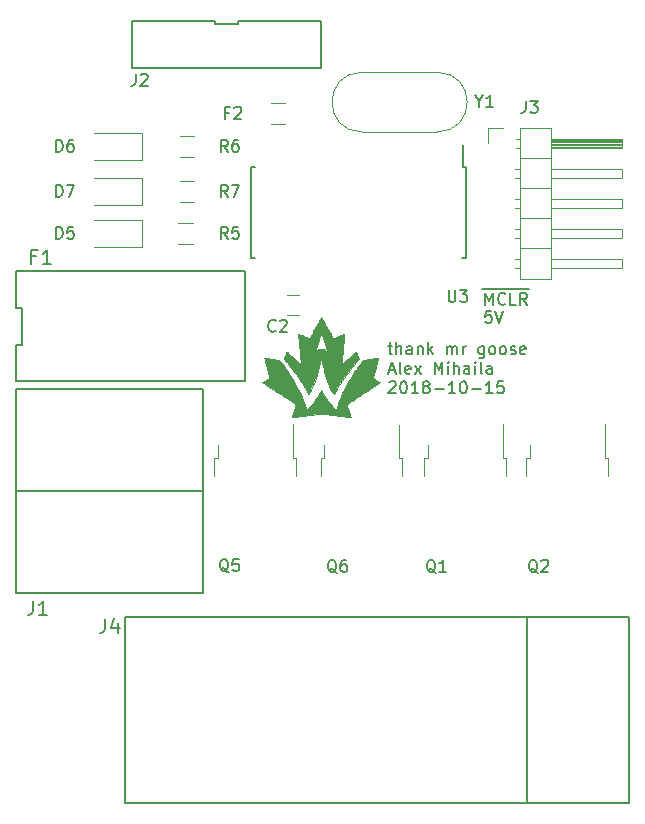
<source format=gto>
G04 #@! TF.GenerationSoftware,KiCad,Pcbnew,(5.0.0-3-g5ebb6b6)*
G04 #@! TF.CreationDate,2018-11-03T17:36:43-04:00*
G04 #@! TF.ProjectId,injector,696E6A6563746F722E6B696361645F70,rev?*
G04 #@! TF.SameCoordinates,Original*
G04 #@! TF.FileFunction,Legend,Top*
G04 #@! TF.FilePolarity,Positive*
%FSLAX46Y46*%
G04 Gerber Fmt 4.6, Leading zero omitted, Abs format (unit mm)*
G04 Created by KiCad (PCBNEW (5.0.0-3-g5ebb6b6)) date Saturday, November 03, 2018 at 05:36:43 PM*
%MOMM*%
%LPD*%
G01*
G04 APERTURE LIST*
%ADD10C,0.150000*%
%ADD11C,0.120000*%
%ADD12C,0.010000*%
G04 APERTURE END LIST*
D10*
X161990738Y-111419714D02*
X162371690Y-111419714D01*
X162133595Y-111086380D02*
X162133595Y-111943523D01*
X162181214Y-112038761D01*
X162276452Y-112086380D01*
X162371690Y-112086380D01*
X162705023Y-112086380D02*
X162705023Y-111086380D01*
X163133595Y-112086380D02*
X163133595Y-111562571D01*
X163085976Y-111467333D01*
X162990738Y-111419714D01*
X162847880Y-111419714D01*
X162752642Y-111467333D01*
X162705023Y-111514952D01*
X164038357Y-112086380D02*
X164038357Y-111562571D01*
X163990738Y-111467333D01*
X163895500Y-111419714D01*
X163705023Y-111419714D01*
X163609785Y-111467333D01*
X164038357Y-112038761D02*
X163943119Y-112086380D01*
X163705023Y-112086380D01*
X163609785Y-112038761D01*
X163562166Y-111943523D01*
X163562166Y-111848285D01*
X163609785Y-111753047D01*
X163705023Y-111705428D01*
X163943119Y-111705428D01*
X164038357Y-111657809D01*
X164514547Y-111419714D02*
X164514547Y-112086380D01*
X164514547Y-111514952D02*
X164562166Y-111467333D01*
X164657404Y-111419714D01*
X164800261Y-111419714D01*
X164895500Y-111467333D01*
X164943119Y-111562571D01*
X164943119Y-112086380D01*
X165419309Y-112086380D02*
X165419309Y-111086380D01*
X165514547Y-111705428D02*
X165800261Y-112086380D01*
X165800261Y-111419714D02*
X165419309Y-111800666D01*
X166990738Y-112086380D02*
X166990738Y-111419714D01*
X166990738Y-111514952D02*
X167038357Y-111467333D01*
X167133595Y-111419714D01*
X167276452Y-111419714D01*
X167371690Y-111467333D01*
X167419309Y-111562571D01*
X167419309Y-112086380D01*
X167419309Y-111562571D02*
X167466928Y-111467333D01*
X167562166Y-111419714D01*
X167705023Y-111419714D01*
X167800261Y-111467333D01*
X167847880Y-111562571D01*
X167847880Y-112086380D01*
X168324071Y-112086380D02*
X168324071Y-111419714D01*
X168324071Y-111610190D02*
X168371690Y-111514952D01*
X168419309Y-111467333D01*
X168514547Y-111419714D01*
X168609785Y-111419714D01*
X170133595Y-111419714D02*
X170133595Y-112229238D01*
X170085976Y-112324476D01*
X170038357Y-112372095D01*
X169943119Y-112419714D01*
X169800261Y-112419714D01*
X169705023Y-112372095D01*
X170133595Y-112038761D02*
X170038357Y-112086380D01*
X169847880Y-112086380D01*
X169752642Y-112038761D01*
X169705023Y-111991142D01*
X169657404Y-111895904D01*
X169657404Y-111610190D01*
X169705023Y-111514952D01*
X169752642Y-111467333D01*
X169847880Y-111419714D01*
X170038357Y-111419714D01*
X170133595Y-111467333D01*
X170752642Y-112086380D02*
X170657404Y-112038761D01*
X170609785Y-111991142D01*
X170562166Y-111895904D01*
X170562166Y-111610190D01*
X170609785Y-111514952D01*
X170657404Y-111467333D01*
X170752642Y-111419714D01*
X170895500Y-111419714D01*
X170990738Y-111467333D01*
X171038357Y-111514952D01*
X171085976Y-111610190D01*
X171085976Y-111895904D01*
X171038357Y-111991142D01*
X170990738Y-112038761D01*
X170895500Y-112086380D01*
X170752642Y-112086380D01*
X171657404Y-112086380D02*
X171562166Y-112038761D01*
X171514547Y-111991142D01*
X171466928Y-111895904D01*
X171466928Y-111610190D01*
X171514547Y-111514952D01*
X171562166Y-111467333D01*
X171657404Y-111419714D01*
X171800261Y-111419714D01*
X171895500Y-111467333D01*
X171943119Y-111514952D01*
X171990738Y-111610190D01*
X171990738Y-111895904D01*
X171943119Y-111991142D01*
X171895500Y-112038761D01*
X171800261Y-112086380D01*
X171657404Y-112086380D01*
X172371690Y-112038761D02*
X172466928Y-112086380D01*
X172657404Y-112086380D01*
X172752642Y-112038761D01*
X172800261Y-111943523D01*
X172800261Y-111895904D01*
X172752642Y-111800666D01*
X172657404Y-111753047D01*
X172514547Y-111753047D01*
X172419309Y-111705428D01*
X172371690Y-111610190D01*
X172371690Y-111562571D01*
X172419309Y-111467333D01*
X172514547Y-111419714D01*
X172657404Y-111419714D01*
X172752642Y-111467333D01*
X173609785Y-112038761D02*
X173514547Y-112086380D01*
X173324071Y-112086380D01*
X173228833Y-112038761D01*
X173181214Y-111943523D01*
X173181214Y-111562571D01*
X173228833Y-111467333D01*
X173324071Y-111419714D01*
X173514547Y-111419714D01*
X173609785Y-111467333D01*
X173657404Y-111562571D01*
X173657404Y-111657809D01*
X173181214Y-111753047D01*
X162085976Y-113450666D02*
X162562166Y-113450666D01*
X161990738Y-113736380D02*
X162324071Y-112736380D01*
X162657404Y-113736380D01*
X163133595Y-113736380D02*
X163038357Y-113688761D01*
X162990738Y-113593523D01*
X162990738Y-112736380D01*
X163895500Y-113688761D02*
X163800261Y-113736380D01*
X163609785Y-113736380D01*
X163514547Y-113688761D01*
X163466928Y-113593523D01*
X163466928Y-113212571D01*
X163514547Y-113117333D01*
X163609785Y-113069714D01*
X163800261Y-113069714D01*
X163895500Y-113117333D01*
X163943119Y-113212571D01*
X163943119Y-113307809D01*
X163466928Y-113403047D01*
X164276452Y-113736380D02*
X164800261Y-113069714D01*
X164276452Y-113069714D02*
X164800261Y-113736380D01*
X165943119Y-113736380D02*
X165943119Y-112736380D01*
X166276452Y-113450666D01*
X166609785Y-112736380D01*
X166609785Y-113736380D01*
X167085976Y-113736380D02*
X167085976Y-113069714D01*
X167085976Y-112736380D02*
X167038357Y-112784000D01*
X167085976Y-112831619D01*
X167133595Y-112784000D01*
X167085976Y-112736380D01*
X167085976Y-112831619D01*
X167562166Y-113736380D02*
X167562166Y-112736380D01*
X167990738Y-113736380D02*
X167990738Y-113212571D01*
X167943119Y-113117333D01*
X167847880Y-113069714D01*
X167705023Y-113069714D01*
X167609785Y-113117333D01*
X167562166Y-113164952D01*
X168895500Y-113736380D02*
X168895500Y-113212571D01*
X168847880Y-113117333D01*
X168752642Y-113069714D01*
X168562166Y-113069714D01*
X168466928Y-113117333D01*
X168895500Y-113688761D02*
X168800261Y-113736380D01*
X168562166Y-113736380D01*
X168466928Y-113688761D01*
X168419309Y-113593523D01*
X168419309Y-113498285D01*
X168466928Y-113403047D01*
X168562166Y-113355428D01*
X168800261Y-113355428D01*
X168895500Y-113307809D01*
X169371690Y-113736380D02*
X169371690Y-113069714D01*
X169371690Y-112736380D02*
X169324071Y-112784000D01*
X169371690Y-112831619D01*
X169419309Y-112784000D01*
X169371690Y-112736380D01*
X169371690Y-112831619D01*
X169990738Y-113736380D02*
X169895500Y-113688761D01*
X169847880Y-113593523D01*
X169847880Y-112736380D01*
X170800261Y-113736380D02*
X170800261Y-113212571D01*
X170752642Y-113117333D01*
X170657404Y-113069714D01*
X170466928Y-113069714D01*
X170371690Y-113117333D01*
X170800261Y-113688761D02*
X170705023Y-113736380D01*
X170466928Y-113736380D01*
X170371690Y-113688761D01*
X170324071Y-113593523D01*
X170324071Y-113498285D01*
X170371690Y-113403047D01*
X170466928Y-113355428D01*
X170705023Y-113355428D01*
X170800261Y-113307809D01*
X162085976Y-114481619D02*
X162133595Y-114434000D01*
X162228833Y-114386380D01*
X162466928Y-114386380D01*
X162562166Y-114434000D01*
X162609785Y-114481619D01*
X162657404Y-114576857D01*
X162657404Y-114672095D01*
X162609785Y-114814952D01*
X162038357Y-115386380D01*
X162657404Y-115386380D01*
X163276452Y-114386380D02*
X163371690Y-114386380D01*
X163466928Y-114434000D01*
X163514547Y-114481619D01*
X163562166Y-114576857D01*
X163609785Y-114767333D01*
X163609785Y-115005428D01*
X163562166Y-115195904D01*
X163514547Y-115291142D01*
X163466928Y-115338761D01*
X163371690Y-115386380D01*
X163276452Y-115386380D01*
X163181214Y-115338761D01*
X163133595Y-115291142D01*
X163085976Y-115195904D01*
X163038357Y-115005428D01*
X163038357Y-114767333D01*
X163085976Y-114576857D01*
X163133595Y-114481619D01*
X163181214Y-114434000D01*
X163276452Y-114386380D01*
X164562166Y-115386380D02*
X163990738Y-115386380D01*
X164276452Y-115386380D02*
X164276452Y-114386380D01*
X164181214Y-114529238D01*
X164085976Y-114624476D01*
X163990738Y-114672095D01*
X165133595Y-114814952D02*
X165038357Y-114767333D01*
X164990738Y-114719714D01*
X164943119Y-114624476D01*
X164943119Y-114576857D01*
X164990738Y-114481619D01*
X165038357Y-114434000D01*
X165133595Y-114386380D01*
X165324071Y-114386380D01*
X165419309Y-114434000D01*
X165466928Y-114481619D01*
X165514547Y-114576857D01*
X165514547Y-114624476D01*
X165466928Y-114719714D01*
X165419309Y-114767333D01*
X165324071Y-114814952D01*
X165133595Y-114814952D01*
X165038357Y-114862571D01*
X164990738Y-114910190D01*
X164943119Y-115005428D01*
X164943119Y-115195904D01*
X164990738Y-115291142D01*
X165038357Y-115338761D01*
X165133595Y-115386380D01*
X165324071Y-115386380D01*
X165419309Y-115338761D01*
X165466928Y-115291142D01*
X165514547Y-115195904D01*
X165514547Y-115005428D01*
X165466928Y-114910190D01*
X165419309Y-114862571D01*
X165324071Y-114814952D01*
X165943119Y-115005428D02*
X166705023Y-115005428D01*
X167705023Y-115386380D02*
X167133595Y-115386380D01*
X167419309Y-115386380D02*
X167419309Y-114386380D01*
X167324071Y-114529238D01*
X167228833Y-114624476D01*
X167133595Y-114672095D01*
X168324071Y-114386380D02*
X168419309Y-114386380D01*
X168514547Y-114434000D01*
X168562166Y-114481619D01*
X168609785Y-114576857D01*
X168657404Y-114767333D01*
X168657404Y-115005428D01*
X168609785Y-115195904D01*
X168562166Y-115291142D01*
X168514547Y-115338761D01*
X168419309Y-115386380D01*
X168324071Y-115386380D01*
X168228833Y-115338761D01*
X168181214Y-115291142D01*
X168133595Y-115195904D01*
X168085976Y-115005428D01*
X168085976Y-114767333D01*
X168133595Y-114576857D01*
X168181214Y-114481619D01*
X168228833Y-114434000D01*
X168324071Y-114386380D01*
X169085976Y-115005428D02*
X169847880Y-115005428D01*
X170847880Y-115386380D02*
X170276452Y-115386380D01*
X170562166Y-115386380D02*
X170562166Y-114386380D01*
X170466928Y-114529238D01*
X170371690Y-114624476D01*
X170276452Y-114672095D01*
X171752642Y-114386380D02*
X171276452Y-114386380D01*
X171228833Y-114862571D01*
X171276452Y-114814952D01*
X171371690Y-114767333D01*
X171609785Y-114767333D01*
X171705023Y-114814952D01*
X171752642Y-114862571D01*
X171800261Y-114957809D01*
X171800261Y-115195904D01*
X171752642Y-115291142D01*
X171705023Y-115338761D01*
X171609785Y-115386380D01*
X171371690Y-115386380D01*
X171276452Y-115338761D01*
X171228833Y-115291142D01*
X170751523Y-108418380D02*
X170275333Y-108418380D01*
X170227714Y-108894571D01*
X170275333Y-108846952D01*
X170370571Y-108799333D01*
X170608666Y-108799333D01*
X170703904Y-108846952D01*
X170751523Y-108894571D01*
X170799142Y-108989809D01*
X170799142Y-109227904D01*
X170751523Y-109323142D01*
X170703904Y-109370761D01*
X170608666Y-109418380D01*
X170370571Y-109418380D01*
X170275333Y-109370761D01*
X170227714Y-109323142D01*
X171084857Y-108418380D02*
X171418190Y-109418380D01*
X171751523Y-108418380D01*
X169981809Y-106527000D02*
X171124666Y-106527000D01*
X170219904Y-107894380D02*
X170219904Y-106894380D01*
X170553238Y-107608666D01*
X170886571Y-106894380D01*
X170886571Y-107894380D01*
X171124666Y-106527000D02*
X172124666Y-106527000D01*
X171934190Y-107799142D02*
X171886571Y-107846761D01*
X171743714Y-107894380D01*
X171648476Y-107894380D01*
X171505619Y-107846761D01*
X171410380Y-107751523D01*
X171362761Y-107656285D01*
X171315142Y-107465809D01*
X171315142Y-107322952D01*
X171362761Y-107132476D01*
X171410380Y-107037238D01*
X171505619Y-106942000D01*
X171648476Y-106894380D01*
X171743714Y-106894380D01*
X171886571Y-106942000D01*
X171934190Y-106989619D01*
X172124666Y-106527000D02*
X172934190Y-106527000D01*
X172838952Y-107894380D02*
X172362761Y-107894380D01*
X172362761Y-106894380D01*
X172934190Y-106527000D02*
X173934190Y-106527000D01*
X173743714Y-107894380D02*
X173410380Y-107418190D01*
X173172285Y-107894380D02*
X173172285Y-106894380D01*
X173553238Y-106894380D01*
X173648476Y-106942000D01*
X173696095Y-106989619D01*
X173743714Y-107084857D01*
X173743714Y-107227714D01*
X173696095Y-107322952D01*
X173648476Y-107370571D01*
X173553238Y-107418190D01*
X173172285Y-107418190D01*
D11*
G04 #@! TO.C,Q1*
X171979000Y-122356000D02*
X171979000Y-120856000D01*
X171979000Y-120856000D02*
X171709000Y-120856000D01*
X171709000Y-120856000D02*
X171709000Y-118026000D01*
X165079000Y-122356000D02*
X165079000Y-120856000D01*
X165079000Y-120856000D02*
X165349000Y-120856000D01*
X165349000Y-120856000D02*
X165349000Y-119756000D01*
D10*
G04 #@! TO.C,U3*
X168387000Y-96201000D02*
X168387000Y-94376000D01*
X150387000Y-96201000D02*
X150387000Y-103951000D01*
X168637000Y-96201000D02*
X168637000Y-103951000D01*
X150387000Y-96201000D02*
X150732000Y-96201000D01*
X150387000Y-103951000D02*
X150732000Y-103951000D01*
X168637000Y-103951000D02*
X168292000Y-103951000D01*
X168637000Y-96201000D02*
X168387000Y-96201000D01*
G04 #@! TO.C,J1*
X146294000Y-132323000D02*
X146294000Y-115073000D01*
X130544000Y-132323000D02*
X130544000Y-115073000D01*
X130544000Y-115073000D02*
X146294000Y-115073000D01*
X146294000Y-132323000D02*
X130544000Y-132323000D01*
X130544000Y-123698000D02*
X146294000Y-123698000D01*
D11*
G04 #@! TO.C,J3*
X170434000Y-92964000D02*
X171704000Y-92964000D01*
X170434000Y-94234000D02*
X170434000Y-92964000D01*
X172746929Y-104774000D02*
X173144000Y-104774000D01*
X172746929Y-104014000D02*
X173144000Y-104014000D01*
X181804000Y-104774000D02*
X175804000Y-104774000D01*
X181804000Y-104014000D02*
X181804000Y-104774000D01*
X175804000Y-104014000D02*
X181804000Y-104014000D01*
X173144000Y-103124000D02*
X175804000Y-103124000D01*
X172746929Y-102234000D02*
X173144000Y-102234000D01*
X172746929Y-101474000D02*
X173144000Y-101474000D01*
X181804000Y-102234000D02*
X175804000Y-102234000D01*
X181804000Y-101474000D02*
X181804000Y-102234000D01*
X175804000Y-101474000D02*
X181804000Y-101474000D01*
X173144000Y-100584000D02*
X175804000Y-100584000D01*
X172746929Y-99694000D02*
X173144000Y-99694000D01*
X172746929Y-98934000D02*
X173144000Y-98934000D01*
X181804000Y-99694000D02*
X175804000Y-99694000D01*
X181804000Y-98934000D02*
X181804000Y-99694000D01*
X175804000Y-98934000D02*
X181804000Y-98934000D01*
X173144000Y-98044000D02*
X175804000Y-98044000D01*
X172746929Y-97154000D02*
X173144000Y-97154000D01*
X172746929Y-96394000D02*
X173144000Y-96394000D01*
X181804000Y-97154000D02*
X175804000Y-97154000D01*
X181804000Y-96394000D02*
X181804000Y-97154000D01*
X175804000Y-96394000D02*
X181804000Y-96394000D01*
X173144000Y-95504000D02*
X175804000Y-95504000D01*
X172814000Y-94614000D02*
X173144000Y-94614000D01*
X172814000Y-93854000D02*
X173144000Y-93854000D01*
X175804000Y-94514000D02*
X181804000Y-94514000D01*
X175804000Y-94394000D02*
X181804000Y-94394000D01*
X175804000Y-94274000D02*
X181804000Y-94274000D01*
X175804000Y-94154000D02*
X181804000Y-94154000D01*
X175804000Y-94034000D02*
X181804000Y-94034000D01*
X175804000Y-93914000D02*
X181804000Y-93914000D01*
X181804000Y-94614000D02*
X175804000Y-94614000D01*
X181804000Y-93854000D02*
X181804000Y-94614000D01*
X175804000Y-93854000D02*
X181804000Y-93854000D01*
X175804000Y-92904000D02*
X173144000Y-92904000D01*
X175804000Y-105724000D02*
X175804000Y-92904000D01*
X173144000Y-105724000D02*
X175804000Y-105724000D01*
X173144000Y-92904000D02*
X173144000Y-105724000D01*
G04 #@! TO.C,C2*
X153444000Y-108800000D02*
X154444000Y-108800000D01*
X154444000Y-107100000D02*
X153444000Y-107100000D01*
G04 #@! TO.C,Y1*
X166177500Y-93266500D02*
X159777500Y-93266500D01*
X166177500Y-88216500D02*
X159777500Y-88216500D01*
X166177500Y-88216500D02*
G75*
G02X166177500Y-93266500I0J-2525000D01*
G01*
X159777500Y-88216500D02*
G75*
G03X159777500Y-93266500I0J-2525000D01*
G01*
D10*
G04 #@! TO.C,J4*
X182361000Y-150126000D02*
X139711000Y-150126000D01*
X139711000Y-150126000D02*
X139711000Y-134376000D01*
X139711000Y-134354000D02*
X182361000Y-134354000D01*
X182361000Y-134376000D02*
X182361000Y-150126000D01*
X173736000Y-150126000D02*
X173736000Y-134376000D01*
G04 #@! TO.C,F1*
X130523000Y-114377999D02*
X149893000Y-114378000D01*
X149893000Y-114378000D02*
X149893000Y-105078001D01*
X149893000Y-105078001D02*
X130523000Y-105078000D01*
X130523000Y-105078000D02*
X130523000Y-108178000D01*
X130523000Y-108178000D02*
X130973000Y-108178000D01*
X130973000Y-108178000D02*
X130973000Y-111277999D01*
X130973000Y-111277999D02*
X130523000Y-111277999D01*
X130523000Y-111277999D02*
X130523000Y-114377999D01*
D11*
G04 #@! TO.C,F2*
X153292564Y-92604000D02*
X152088436Y-92604000D01*
X153292564Y-90784000D02*
X152088436Y-90784000D01*
G04 #@! TO.C,D6*
X137120500Y-95623000D02*
X141180500Y-95623000D01*
X141180500Y-95623000D02*
X141180500Y-93353000D01*
X141180500Y-93353000D02*
X137120500Y-93353000D01*
G04 #@! TO.C,D7*
X141180500Y-97163000D02*
X137120500Y-97163000D01*
X141180500Y-99433000D02*
X141180500Y-97163000D01*
X137120500Y-99433000D02*
X141180500Y-99433000D01*
G04 #@! TO.C,D5*
X137120500Y-102989000D02*
X141180500Y-102989000D01*
X141180500Y-102989000D02*
X141180500Y-100719000D01*
X141180500Y-100719000D02*
X137120500Y-100719000D01*
G04 #@! TO.C,R5*
X145460000Y-102734000D02*
X144260000Y-102734000D01*
X144260000Y-100974000D02*
X145460000Y-100974000D01*
G04 #@! TO.C,R6*
X145554000Y-95368000D02*
X144354000Y-95368000D01*
X144354000Y-93608000D02*
X145554000Y-93608000D01*
G04 #@! TO.C,R7*
X144354000Y-97418000D02*
X145554000Y-97418000D01*
X145554000Y-99178000D02*
X144354000Y-99178000D01*
G04 #@! TO.C,Q2*
X173985000Y-120856000D02*
X173985000Y-119756000D01*
X173715000Y-120856000D02*
X173985000Y-120856000D01*
X173715000Y-122356000D02*
X173715000Y-120856000D01*
X180345000Y-120856000D02*
X180345000Y-118026000D01*
X180615000Y-120856000D02*
X180345000Y-120856000D01*
X180615000Y-122356000D02*
X180615000Y-120856000D01*
G04 #@! TO.C,Q5*
X154199000Y-122356000D02*
X154199000Y-120856000D01*
X154199000Y-120856000D02*
X153929000Y-120856000D01*
X153929000Y-120856000D02*
X153929000Y-118026000D01*
X147299000Y-122356000D02*
X147299000Y-120856000D01*
X147299000Y-120856000D02*
X147569000Y-120856000D01*
X147569000Y-120856000D02*
X147569000Y-119756000D01*
G04 #@! TO.C,Q6*
X156587000Y-120882000D02*
X156587000Y-119782000D01*
X156317000Y-120882000D02*
X156587000Y-120882000D01*
X156317000Y-122382000D02*
X156317000Y-120882000D01*
X162947000Y-120882000D02*
X162947000Y-118052000D01*
X163217000Y-120882000D02*
X162947000Y-120882000D01*
X163217000Y-122382000D02*
X163217000Y-120882000D01*
D10*
G04 #@! TO.C,J2*
X156336000Y-83852000D02*
X149336000Y-83852000D01*
X149336000Y-83852000D02*
X149336000Y-84152000D01*
X149336000Y-84152000D02*
X147336000Y-84152000D01*
X147336000Y-84152000D02*
X147336000Y-83852000D01*
X147336000Y-83852000D02*
X140336000Y-83852000D01*
X140336000Y-83852000D02*
X140336000Y-87852000D01*
X140336000Y-87852000D02*
X156336000Y-87852000D01*
X156336000Y-87852000D02*
X156336000Y-83852000D01*
D12*
G04 #@! TO.C,G\002A\002A\002A*
G36*
X156352828Y-108978210D02*
X156374031Y-109012538D01*
X156406466Y-109067388D01*
X156449034Y-109140830D01*
X156500634Y-109230937D01*
X156560166Y-109335780D01*
X156626530Y-109453429D01*
X156698626Y-109581956D01*
X156775352Y-109719433D01*
X156841894Y-109839187D01*
X156921738Y-109983133D01*
X156997795Y-110120189D01*
X157068965Y-110248376D01*
X157134147Y-110365711D01*
X157192238Y-110470216D01*
X157242138Y-110559909D01*
X157282745Y-110632810D01*
X157312959Y-110686939D01*
X157331678Y-110720316D01*
X157337667Y-110730794D01*
X157346114Y-110733601D01*
X157365819Y-110730300D01*
X157398826Y-110720102D01*
X157447180Y-110702217D01*
X157512923Y-110675856D01*
X157598102Y-110640231D01*
X157704760Y-110594552D01*
X157818565Y-110545170D01*
X157925458Y-110498919D01*
X158024265Y-110456796D01*
X158112109Y-110419980D01*
X158186113Y-110389650D01*
X158243398Y-110366985D01*
X158281086Y-110353163D01*
X158296301Y-110349364D01*
X158296399Y-110349434D01*
X158296360Y-110364246D01*
X158293790Y-110404816D01*
X158288859Y-110469198D01*
X158281742Y-110555444D01*
X158272610Y-110661609D01*
X158261635Y-110785746D01*
X158248990Y-110925909D01*
X158234848Y-111080151D01*
X158219380Y-111246527D01*
X158202760Y-111423090D01*
X158185159Y-111607893D01*
X158182212Y-111638626D01*
X158164441Y-111824515D01*
X158147564Y-112002427D01*
X158131758Y-112170420D01*
X158117198Y-112326554D01*
X158104063Y-112468888D01*
X158092528Y-112595482D01*
X158082769Y-112704395D01*
X158074965Y-112793685D01*
X158069291Y-112861413D01*
X158065923Y-112905638D01*
X158065040Y-112924419D01*
X158065145Y-112924938D01*
X158076303Y-112917021D01*
X158106375Y-112892173D01*
X158153513Y-112852005D01*
X158215867Y-112798126D01*
X158291591Y-112732145D01*
X158378835Y-112655672D01*
X158475751Y-112570318D01*
X158580490Y-112477691D01*
X158673122Y-112395479D01*
X158783216Y-112297787D01*
X158887199Y-112205846D01*
X158983200Y-112121290D01*
X159069348Y-112045752D01*
X159143769Y-111980865D01*
X159204594Y-111928261D01*
X159249949Y-111889574D01*
X159277964Y-111866435D01*
X159286706Y-111860209D01*
X159290955Y-111863325D01*
X159297484Y-111874216D01*
X159307198Y-111895195D01*
X159321002Y-111928577D01*
X159339801Y-111976676D01*
X159364501Y-112041804D01*
X159396006Y-112126277D01*
X159435222Y-112232407D01*
X159480506Y-112355566D01*
X159521853Y-112468184D01*
X159403252Y-112605004D01*
X159250232Y-112786011D01*
X159089733Y-112984190D01*
X158924007Y-113196320D01*
X158755306Y-113419182D01*
X158585879Y-113649556D01*
X158417979Y-113884221D01*
X158253857Y-114119958D01*
X158095764Y-114353546D01*
X157945952Y-114581766D01*
X157806672Y-114801397D01*
X157680174Y-115009219D01*
X157568711Y-115202013D01*
X157501384Y-115325273D01*
X157425801Y-115467645D01*
X157379889Y-115400915D01*
X157292367Y-115264190D01*
X157201677Y-115104844D01*
X157109999Y-114927574D01*
X157019514Y-114737074D01*
X156932404Y-114538042D01*
X156850849Y-114335174D01*
X156777031Y-114133165D01*
X156740615Y-114024428D01*
X156674949Y-113810360D01*
X156609222Y-113575194D01*
X156545089Y-113325611D01*
X156484209Y-113068296D01*
X156428237Y-112809931D01*
X156384692Y-112588794D01*
X156345258Y-112377927D01*
X156273607Y-112734931D01*
X156194426Y-113106704D01*
X156111014Y-113452980D01*
X156022620Y-113775876D01*
X155928494Y-114077512D01*
X155827885Y-114360006D01*
X155720043Y-114625477D01*
X155604218Y-114876044D01*
X155479660Y-115113827D01*
X155357537Y-115321777D01*
X155324287Y-115374608D01*
X155295863Y-115418111D01*
X155275714Y-115447111D01*
X155267892Y-115456378D01*
X155257561Y-115447678D01*
X155238331Y-115419079D01*
X155213473Y-115375718D01*
X155198925Y-115348097D01*
X155118030Y-115197368D01*
X155020782Y-115028522D01*
X154909158Y-114844390D01*
X154785132Y-114647803D01*
X154650681Y-114441594D01*
X154507781Y-114228593D01*
X154358408Y-114011632D01*
X154204538Y-113793544D01*
X154048147Y-113577158D01*
X153891211Y-113365308D01*
X153735706Y-113160825D01*
X153583608Y-112966539D01*
X153436893Y-112785284D01*
X153297537Y-112619889D01*
X153284666Y-112605004D01*
X153166065Y-112468184D01*
X153207412Y-112355566D01*
X153254808Y-112226671D01*
X153293631Y-112121636D01*
X153324783Y-112038148D01*
X153349169Y-111973895D01*
X153367693Y-111926564D01*
X153381259Y-111893843D01*
X153390771Y-111873420D01*
X153397133Y-111862982D01*
X153401064Y-111860209D01*
X153413244Y-111869201D01*
X153444327Y-111895089D01*
X153492439Y-111936241D01*
X153555710Y-111991026D01*
X153632267Y-112057811D01*
X153720239Y-112134965D01*
X153817755Y-112220855D01*
X153922942Y-112313851D01*
X154014802Y-112395324D01*
X154124727Y-112492781D01*
X154228373Y-112584324D01*
X154323892Y-112668345D01*
X154409436Y-112743235D01*
X154483156Y-112807383D01*
X154543204Y-112859180D01*
X154587732Y-112897018D01*
X154614890Y-112919287D01*
X154622928Y-112924783D01*
X154622449Y-112910418D01*
X154619459Y-112870287D01*
X154614133Y-112806332D01*
X154606650Y-112720493D01*
X154597186Y-112614709D01*
X154585917Y-112490922D01*
X154573021Y-112351072D01*
X154558675Y-112197099D01*
X154543054Y-112030943D01*
X154526337Y-111854546D01*
X154524177Y-111831917D01*
X155838239Y-111831917D01*
X155843325Y-111833402D01*
X155863776Y-111818340D01*
X155895335Y-111789927D01*
X155899419Y-111786011D01*
X155948655Y-111745026D01*
X156009836Y-111703015D01*
X156065603Y-111671257D01*
X156189824Y-111624087D01*
X156315922Y-111603948D01*
X156441146Y-111610420D01*
X156562743Y-111643085D01*
X156677961Y-111701525D01*
X156777904Y-111779506D01*
X156813523Y-111811238D01*
X156838807Y-111830648D01*
X156849583Y-111834647D01*
X156849361Y-111832373D01*
X156843993Y-111815634D01*
X156831093Y-111774702D01*
X156811407Y-111711962D01*
X156785681Y-111629796D01*
X156754659Y-111530591D01*
X156719088Y-111416728D01*
X156679713Y-111290593D01*
X156637280Y-111154569D01*
X156594759Y-111018181D01*
X156550294Y-110875600D01*
X156508315Y-110741142D01*
X156469546Y-110617122D01*
X156434713Y-110505856D01*
X156404542Y-110409656D01*
X156379760Y-110330838D01*
X156361091Y-110271716D01*
X156349262Y-110234605D01*
X156345008Y-110221824D01*
X156340539Y-110234175D01*
X156328530Y-110270820D01*
X156309703Y-110329472D01*
X156284782Y-110407844D01*
X156254489Y-110503648D01*
X156219548Y-110614599D01*
X156180682Y-110738409D01*
X156138614Y-110872791D01*
X156094166Y-111015139D01*
X156049402Y-111158617D01*
X156006981Y-111294464D01*
X155967647Y-111420301D01*
X155932146Y-111533753D01*
X155901223Y-111632442D01*
X155875622Y-111713990D01*
X155856087Y-111776021D01*
X155843365Y-111816157D01*
X155838239Y-111831917D01*
X154524177Y-111831917D01*
X154508700Y-111669847D01*
X154505706Y-111638626D01*
X154487963Y-111452662D01*
X154471175Y-111274620D01*
X154455514Y-111106445D01*
X154441152Y-110950085D01*
X154428262Y-110807486D01*
X154417016Y-110680595D01*
X154407586Y-110571358D01*
X154400144Y-110481722D01*
X154394862Y-110413633D01*
X154391913Y-110369039D01*
X154391469Y-110349884D01*
X154391646Y-110349307D01*
X154405971Y-110352656D01*
X154442875Y-110366063D01*
X154499472Y-110388348D01*
X154572875Y-110418332D01*
X154660197Y-110454835D01*
X154758550Y-110496677D01*
X154865048Y-110542678D01*
X154867249Y-110543636D01*
X154973771Y-110589940D01*
X155072011Y-110632538D01*
X155159105Y-110670197D01*
X155232192Y-110701684D01*
X155288410Y-110725766D01*
X155324897Y-110741209D01*
X155338790Y-110746782D01*
X155338818Y-110746784D01*
X155346169Y-110734921D01*
X155365919Y-110700606D01*
X155397004Y-110645744D01*
X155438354Y-110572243D01*
X155488904Y-110482012D01*
X155547586Y-110376957D01*
X155613333Y-110258986D01*
X155685079Y-110130007D01*
X155761755Y-109991926D01*
X155836822Y-109856532D01*
X155917297Y-109711612D01*
X155994063Y-109574022D01*
X156066032Y-109445671D01*
X156132116Y-109328472D01*
X156191226Y-109224333D01*
X156242275Y-109135164D01*
X156284174Y-109062876D01*
X156315835Y-109009378D01*
X156336169Y-108976582D01*
X156343959Y-108966333D01*
X156352828Y-108978210D01*
X156352828Y-108978210D01*
G37*
X156352828Y-108978210D02*
X156374031Y-109012538D01*
X156406466Y-109067388D01*
X156449034Y-109140830D01*
X156500634Y-109230937D01*
X156560166Y-109335780D01*
X156626530Y-109453429D01*
X156698626Y-109581956D01*
X156775352Y-109719433D01*
X156841894Y-109839187D01*
X156921738Y-109983133D01*
X156997795Y-110120189D01*
X157068965Y-110248376D01*
X157134147Y-110365711D01*
X157192238Y-110470216D01*
X157242138Y-110559909D01*
X157282745Y-110632810D01*
X157312959Y-110686939D01*
X157331678Y-110720316D01*
X157337667Y-110730794D01*
X157346114Y-110733601D01*
X157365819Y-110730300D01*
X157398826Y-110720102D01*
X157447180Y-110702217D01*
X157512923Y-110675856D01*
X157598102Y-110640231D01*
X157704760Y-110594552D01*
X157818565Y-110545170D01*
X157925458Y-110498919D01*
X158024265Y-110456796D01*
X158112109Y-110419980D01*
X158186113Y-110389650D01*
X158243398Y-110366985D01*
X158281086Y-110353163D01*
X158296301Y-110349364D01*
X158296399Y-110349434D01*
X158296360Y-110364246D01*
X158293790Y-110404816D01*
X158288859Y-110469198D01*
X158281742Y-110555444D01*
X158272610Y-110661609D01*
X158261635Y-110785746D01*
X158248990Y-110925909D01*
X158234848Y-111080151D01*
X158219380Y-111246527D01*
X158202760Y-111423090D01*
X158185159Y-111607893D01*
X158182212Y-111638626D01*
X158164441Y-111824515D01*
X158147564Y-112002427D01*
X158131758Y-112170420D01*
X158117198Y-112326554D01*
X158104063Y-112468888D01*
X158092528Y-112595482D01*
X158082769Y-112704395D01*
X158074965Y-112793685D01*
X158069291Y-112861413D01*
X158065923Y-112905638D01*
X158065040Y-112924419D01*
X158065145Y-112924938D01*
X158076303Y-112917021D01*
X158106375Y-112892173D01*
X158153513Y-112852005D01*
X158215867Y-112798126D01*
X158291591Y-112732145D01*
X158378835Y-112655672D01*
X158475751Y-112570318D01*
X158580490Y-112477691D01*
X158673122Y-112395479D01*
X158783216Y-112297787D01*
X158887199Y-112205846D01*
X158983200Y-112121290D01*
X159069348Y-112045752D01*
X159143769Y-111980865D01*
X159204594Y-111928261D01*
X159249949Y-111889574D01*
X159277964Y-111866435D01*
X159286706Y-111860209D01*
X159290955Y-111863325D01*
X159297484Y-111874216D01*
X159307198Y-111895195D01*
X159321002Y-111928577D01*
X159339801Y-111976676D01*
X159364501Y-112041804D01*
X159396006Y-112126277D01*
X159435222Y-112232407D01*
X159480506Y-112355566D01*
X159521853Y-112468184D01*
X159403252Y-112605004D01*
X159250232Y-112786011D01*
X159089733Y-112984190D01*
X158924007Y-113196320D01*
X158755306Y-113419182D01*
X158585879Y-113649556D01*
X158417979Y-113884221D01*
X158253857Y-114119958D01*
X158095764Y-114353546D01*
X157945952Y-114581766D01*
X157806672Y-114801397D01*
X157680174Y-115009219D01*
X157568711Y-115202013D01*
X157501384Y-115325273D01*
X157425801Y-115467645D01*
X157379889Y-115400915D01*
X157292367Y-115264190D01*
X157201677Y-115104844D01*
X157109999Y-114927574D01*
X157019514Y-114737074D01*
X156932404Y-114538042D01*
X156850849Y-114335174D01*
X156777031Y-114133165D01*
X156740615Y-114024428D01*
X156674949Y-113810360D01*
X156609222Y-113575194D01*
X156545089Y-113325611D01*
X156484209Y-113068296D01*
X156428237Y-112809931D01*
X156384692Y-112588794D01*
X156345258Y-112377927D01*
X156273607Y-112734931D01*
X156194426Y-113106704D01*
X156111014Y-113452980D01*
X156022620Y-113775876D01*
X155928494Y-114077512D01*
X155827885Y-114360006D01*
X155720043Y-114625477D01*
X155604218Y-114876044D01*
X155479660Y-115113827D01*
X155357537Y-115321777D01*
X155324287Y-115374608D01*
X155295863Y-115418111D01*
X155275714Y-115447111D01*
X155267892Y-115456378D01*
X155257561Y-115447678D01*
X155238331Y-115419079D01*
X155213473Y-115375718D01*
X155198925Y-115348097D01*
X155118030Y-115197368D01*
X155020782Y-115028522D01*
X154909158Y-114844390D01*
X154785132Y-114647803D01*
X154650681Y-114441594D01*
X154507781Y-114228593D01*
X154358408Y-114011632D01*
X154204538Y-113793544D01*
X154048147Y-113577158D01*
X153891211Y-113365308D01*
X153735706Y-113160825D01*
X153583608Y-112966539D01*
X153436893Y-112785284D01*
X153297537Y-112619889D01*
X153284666Y-112605004D01*
X153166065Y-112468184D01*
X153207412Y-112355566D01*
X153254808Y-112226671D01*
X153293631Y-112121636D01*
X153324783Y-112038148D01*
X153349169Y-111973895D01*
X153367693Y-111926564D01*
X153381259Y-111893843D01*
X153390771Y-111873420D01*
X153397133Y-111862982D01*
X153401064Y-111860209D01*
X153413244Y-111869201D01*
X153444327Y-111895089D01*
X153492439Y-111936241D01*
X153555710Y-111991026D01*
X153632267Y-112057811D01*
X153720239Y-112134965D01*
X153817755Y-112220855D01*
X153922942Y-112313851D01*
X154014802Y-112395324D01*
X154124727Y-112492781D01*
X154228373Y-112584324D01*
X154323892Y-112668345D01*
X154409436Y-112743235D01*
X154483156Y-112807383D01*
X154543204Y-112859180D01*
X154587732Y-112897018D01*
X154614890Y-112919287D01*
X154622928Y-112924783D01*
X154622449Y-112910418D01*
X154619459Y-112870287D01*
X154614133Y-112806332D01*
X154606650Y-112720493D01*
X154597186Y-112614709D01*
X154585917Y-112490922D01*
X154573021Y-112351072D01*
X154558675Y-112197099D01*
X154543054Y-112030943D01*
X154526337Y-111854546D01*
X154524177Y-111831917D01*
X155838239Y-111831917D01*
X155843325Y-111833402D01*
X155863776Y-111818340D01*
X155895335Y-111789927D01*
X155899419Y-111786011D01*
X155948655Y-111745026D01*
X156009836Y-111703015D01*
X156065603Y-111671257D01*
X156189824Y-111624087D01*
X156315922Y-111603948D01*
X156441146Y-111610420D01*
X156562743Y-111643085D01*
X156677961Y-111701525D01*
X156777904Y-111779506D01*
X156813523Y-111811238D01*
X156838807Y-111830648D01*
X156849583Y-111834647D01*
X156849361Y-111832373D01*
X156843993Y-111815634D01*
X156831093Y-111774702D01*
X156811407Y-111711962D01*
X156785681Y-111629796D01*
X156754659Y-111530591D01*
X156719088Y-111416728D01*
X156679713Y-111290593D01*
X156637280Y-111154569D01*
X156594759Y-111018181D01*
X156550294Y-110875600D01*
X156508315Y-110741142D01*
X156469546Y-110617122D01*
X156434713Y-110505856D01*
X156404542Y-110409656D01*
X156379760Y-110330838D01*
X156361091Y-110271716D01*
X156349262Y-110234605D01*
X156345008Y-110221824D01*
X156340539Y-110234175D01*
X156328530Y-110270820D01*
X156309703Y-110329472D01*
X156284782Y-110407844D01*
X156254489Y-110503648D01*
X156219548Y-110614599D01*
X156180682Y-110738409D01*
X156138614Y-110872791D01*
X156094166Y-111015139D01*
X156049402Y-111158617D01*
X156006981Y-111294464D01*
X155967647Y-111420301D01*
X155932146Y-111533753D01*
X155901223Y-111632442D01*
X155875622Y-111713990D01*
X155856087Y-111776021D01*
X155843365Y-111816157D01*
X155838239Y-111831917D01*
X154524177Y-111831917D01*
X154508700Y-111669847D01*
X154505706Y-111638626D01*
X154487963Y-111452662D01*
X154471175Y-111274620D01*
X154455514Y-111106445D01*
X154441152Y-110950085D01*
X154428262Y-110807486D01*
X154417016Y-110680595D01*
X154407586Y-110571358D01*
X154400144Y-110481722D01*
X154394862Y-110413633D01*
X154391913Y-110369039D01*
X154391469Y-110349884D01*
X154391646Y-110349307D01*
X154405971Y-110352656D01*
X154442875Y-110366063D01*
X154499472Y-110388348D01*
X154572875Y-110418332D01*
X154660197Y-110454835D01*
X154758550Y-110496677D01*
X154865048Y-110542678D01*
X154867249Y-110543636D01*
X154973771Y-110589940D01*
X155072011Y-110632538D01*
X155159105Y-110670197D01*
X155232192Y-110701684D01*
X155288410Y-110725766D01*
X155324897Y-110741209D01*
X155338790Y-110746782D01*
X155338818Y-110746784D01*
X155346169Y-110734921D01*
X155365919Y-110700606D01*
X155397004Y-110645744D01*
X155438354Y-110572243D01*
X155488904Y-110482012D01*
X155547586Y-110376957D01*
X155613333Y-110258986D01*
X155685079Y-110130007D01*
X155761755Y-109991926D01*
X155836822Y-109856532D01*
X155917297Y-109711612D01*
X155994063Y-109574022D01*
X156066032Y-109445671D01*
X156132116Y-109328472D01*
X156191226Y-109224333D01*
X156242275Y-109135164D01*
X156284174Y-109062876D01*
X156315835Y-109009378D01*
X156336169Y-108976582D01*
X156343959Y-108966333D01*
X156352828Y-108978210D01*
G36*
X151538393Y-112370339D02*
X151577066Y-112377199D01*
X151637704Y-112388460D01*
X151717638Y-112403610D01*
X151814198Y-112422142D01*
X151924717Y-112443544D01*
X152046524Y-112467309D01*
X152176951Y-112492926D01*
X152179188Y-112493367D01*
X152340354Y-112525347D01*
X152475950Y-112552763D01*
X152587792Y-112576030D01*
X152677695Y-112595559D01*
X152747478Y-112611765D01*
X152798956Y-112625060D01*
X152833947Y-112635857D01*
X152854265Y-112644569D01*
X152859204Y-112648008D01*
X152884147Y-112674853D01*
X152922452Y-112721711D01*
X152971893Y-112785532D01*
X153030247Y-112863266D01*
X153095288Y-112951863D01*
X153164792Y-113048274D01*
X153236533Y-113149448D01*
X153308288Y-113252337D01*
X153377830Y-113353890D01*
X153421546Y-113418867D01*
X153628083Y-113737068D01*
X153830437Y-114065952D01*
X154026308Y-114401258D01*
X154213397Y-114738725D01*
X154389403Y-115074094D01*
X154552026Y-115403103D01*
X154698968Y-115721492D01*
X154826563Y-116021633D01*
X154858732Y-116103660D01*
X154893699Y-116197275D01*
X154929821Y-116297636D01*
X154965460Y-116399898D01*
X154998973Y-116499217D01*
X155028720Y-116590752D01*
X155053060Y-116669658D01*
X155070352Y-116731091D01*
X155077777Y-116763144D01*
X155086293Y-116796430D01*
X155095240Y-116814089D01*
X155097153Y-116814948D01*
X155110508Y-116804868D01*
X155139144Y-116776684D01*
X155180291Y-116733481D01*
X155231176Y-116678346D01*
X155289031Y-116614362D01*
X155351084Y-116544616D01*
X155414564Y-116472193D01*
X155476702Y-116400178D01*
X155534727Y-116331656D01*
X155577098Y-116280479D01*
X155706862Y-116116680D01*
X155826359Y-115954645D01*
X155939834Y-115788024D01*
X156051535Y-115610469D01*
X156165707Y-115415629D01*
X156218623Y-115321342D01*
X156258026Y-115251913D01*
X156293331Y-115192732D01*
X156322240Y-115147410D01*
X156342455Y-115119558D01*
X156351518Y-115112575D01*
X156362052Y-115128692D01*
X156382685Y-115164095D01*
X156410410Y-115213512D01*
X156441356Y-115270072D01*
X156595177Y-115541832D01*
X156751493Y-115792019D01*
X156914420Y-116026850D01*
X157088074Y-116252539D01*
X157109674Y-116279113D01*
X157162561Y-116342821D01*
X157221768Y-116412480D01*
X157284533Y-116485011D01*
X157348090Y-116557336D01*
X157409678Y-116626377D01*
X157466532Y-116689057D01*
X157515889Y-116742296D01*
X157554984Y-116783018D01*
X157581055Y-116808143D01*
X157590765Y-116814948D01*
X157599257Y-116802761D01*
X157608219Y-116772537D01*
X157610141Y-116763144D01*
X157620971Y-116718251D01*
X157640097Y-116652200D01*
X157665879Y-116569834D01*
X157696676Y-116475997D01*
X157730847Y-116375533D01*
X157766751Y-116273286D01*
X157802746Y-116174097D01*
X157837193Y-116082812D01*
X157861355Y-116021633D01*
X157987984Y-115723802D01*
X158132317Y-115410921D01*
X158292035Y-115087283D01*
X158464823Y-114757179D01*
X158648365Y-114424901D01*
X158840344Y-114094742D01*
X159038444Y-113770992D01*
X159240349Y-113457943D01*
X159264990Y-113420901D01*
X159331755Y-113322044D01*
X159402222Y-113219788D01*
X159474169Y-113117178D01*
X159545376Y-113017259D01*
X159613624Y-112923078D01*
X159676690Y-112837678D01*
X159732356Y-112764107D01*
X159778400Y-112705408D01*
X159812603Y-112664628D01*
X159828106Y-112648558D01*
X159842812Y-112640621D01*
X159872581Y-112630532D01*
X159919113Y-112617904D01*
X159984103Y-112602353D01*
X160069248Y-112583494D01*
X160176247Y-112560941D01*
X160306795Y-112534309D01*
X160462590Y-112503213D01*
X160508122Y-112494216D01*
X160638732Y-112468527D01*
X160760767Y-112444673D01*
X160871562Y-112423163D01*
X160968447Y-112404510D01*
X161048755Y-112389224D01*
X161109818Y-112377815D01*
X161148970Y-112370795D01*
X161163541Y-112368674D01*
X161163563Y-112368686D01*
X161160741Y-112382086D01*
X161151714Y-112419691D01*
X161137183Y-112478742D01*
X161117847Y-112556477D01*
X161094407Y-112650138D01*
X161067564Y-112756963D01*
X161038017Y-112874194D01*
X161006466Y-112999068D01*
X160973613Y-113128827D01*
X160940157Y-113260710D01*
X160906798Y-113391957D01*
X160874237Y-113519807D01*
X160843174Y-113641502D01*
X160814310Y-113754280D01*
X160788344Y-113855381D01*
X160765976Y-113942045D01*
X160747908Y-114011513D01*
X160734839Y-114061023D01*
X160727469Y-114087816D01*
X160727151Y-114088881D01*
X160730530Y-114099482D01*
X160747135Y-114115595D01*
X160779117Y-114138632D01*
X160828630Y-114170007D01*
X160897826Y-114211132D01*
X160988858Y-114263421D01*
X161019930Y-114281033D01*
X161102389Y-114328080D01*
X161176168Y-114370970D01*
X161237988Y-114407731D01*
X161284572Y-114436394D01*
X161312641Y-114454988D01*
X161319575Y-114461199D01*
X161308149Y-114470022D01*
X161274818Y-114493094D01*
X161221005Y-114529475D01*
X161148133Y-114578226D01*
X161057623Y-114638407D01*
X160950899Y-114709080D01*
X160829383Y-114789304D01*
X160694497Y-114878140D01*
X160547663Y-114974649D01*
X160390305Y-115077892D01*
X160223845Y-115186928D01*
X160049704Y-115300819D01*
X159914038Y-115389430D01*
X159735018Y-115506404D01*
X159562600Y-115619282D01*
X159398210Y-115727120D01*
X159243271Y-115828975D01*
X159099205Y-115923904D01*
X158967436Y-116010964D01*
X158849387Y-116089213D01*
X158746481Y-116157707D01*
X158660143Y-116215502D01*
X158591795Y-116261657D01*
X158542860Y-116295228D01*
X158514762Y-116315272D01*
X158508218Y-116320866D01*
X158512233Y-116336770D01*
X158523810Y-116376296D01*
X158542054Y-116436545D01*
X158566073Y-116514618D01*
X158594973Y-116607618D01*
X158627860Y-116712645D01*
X158663841Y-116826800D01*
X158676797Y-116867734D01*
X158713373Y-116984083D01*
X158746781Y-117092115D01*
X158776176Y-117188968D01*
X158800716Y-117271782D01*
X158819557Y-117337697D01*
X158831856Y-117383852D01*
X158836770Y-117407387D01*
X158836579Y-117409762D01*
X158821731Y-117409474D01*
X158781222Y-117406033D01*
X158717023Y-117399662D01*
X158631104Y-117390580D01*
X158525433Y-117379009D01*
X158401982Y-117365169D01*
X158262721Y-117349282D01*
X158109618Y-117331567D01*
X157944645Y-117312247D01*
X157769771Y-117291542D01*
X157586966Y-117269673D01*
X157585729Y-117269524D01*
X156343959Y-117120208D01*
X155127636Y-117266811D01*
X154946041Y-117288654D01*
X154771917Y-117309514D01*
X154607308Y-117329148D01*
X154454255Y-117347319D01*
X154314803Y-117363787D01*
X154190994Y-117378311D01*
X154084870Y-117390651D01*
X153998476Y-117400569D01*
X153933854Y-117407823D01*
X153893047Y-117412175D01*
X153878512Y-117413414D01*
X153853314Y-117409237D01*
X153845712Y-117401863D01*
X153849788Y-117386476D01*
X153861416Y-117347468D01*
X153879696Y-117287738D01*
X153903727Y-117210188D01*
X153932611Y-117117716D01*
X153965446Y-117013224D01*
X154001334Y-116899610D01*
X154012726Y-116863661D01*
X154049385Y-116747687D01*
X154083257Y-116639808D01*
X154113441Y-116542946D01*
X154139035Y-116460027D01*
X154159139Y-116393975D01*
X154172851Y-116347716D01*
X154179270Y-116324173D01*
X154179639Y-116321979D01*
X154168197Y-116312602D01*
X154134846Y-116288990D01*
X154081007Y-116252088D01*
X154008106Y-116202839D01*
X153917565Y-116142187D01*
X153810806Y-116071079D01*
X153689253Y-115990456D01*
X153554329Y-115901265D01*
X153407457Y-115804449D01*
X153250060Y-115700952D01*
X153083562Y-115591719D01*
X152909384Y-115477695D01*
X152773941Y-115389190D01*
X152594949Y-115272235D01*
X152422562Y-115159431D01*
X152258203Y-115051715D01*
X152103295Y-114950027D01*
X151959259Y-114855307D01*
X151827517Y-114768494D01*
X151709492Y-114690527D01*
X151606606Y-114622344D01*
X151520282Y-114564887D01*
X151451941Y-114519092D01*
X151403006Y-114485901D01*
X151374899Y-114466252D01*
X151368343Y-114460959D01*
X151379951Y-114451512D01*
X151412593Y-114430474D01*
X151462989Y-114399814D01*
X151527863Y-114361499D01*
X151603936Y-114317497D01*
X151667988Y-114281033D01*
X151765815Y-114225212D01*
X151841177Y-114180967D01*
X151896226Y-114146886D01*
X151933114Y-114121555D01*
X151953994Y-114103563D01*
X151961020Y-114091495D01*
X151960767Y-114088881D01*
X151953832Y-114063847D01*
X151941147Y-114015891D01*
X151923413Y-113947774D01*
X151901330Y-113862255D01*
X151875598Y-113762097D01*
X151846918Y-113650058D01*
X151815989Y-113528900D01*
X151783512Y-113401383D01*
X151750186Y-113270268D01*
X151716713Y-113138314D01*
X151683792Y-113008282D01*
X151652124Y-112882934D01*
X151622409Y-112765028D01*
X151595346Y-112657326D01*
X151571637Y-112562588D01*
X151551981Y-112483575D01*
X151537079Y-112423047D01*
X151527630Y-112383764D01*
X151524335Y-112368487D01*
X151524354Y-112368387D01*
X151538393Y-112370339D01*
X151538393Y-112370339D01*
G37*
X151538393Y-112370339D02*
X151577066Y-112377199D01*
X151637704Y-112388460D01*
X151717638Y-112403610D01*
X151814198Y-112422142D01*
X151924717Y-112443544D01*
X152046524Y-112467309D01*
X152176951Y-112492926D01*
X152179188Y-112493367D01*
X152340354Y-112525347D01*
X152475950Y-112552763D01*
X152587792Y-112576030D01*
X152677695Y-112595559D01*
X152747478Y-112611765D01*
X152798956Y-112625060D01*
X152833947Y-112635857D01*
X152854265Y-112644569D01*
X152859204Y-112648008D01*
X152884147Y-112674853D01*
X152922452Y-112721711D01*
X152971893Y-112785532D01*
X153030247Y-112863266D01*
X153095288Y-112951863D01*
X153164792Y-113048274D01*
X153236533Y-113149448D01*
X153308288Y-113252337D01*
X153377830Y-113353890D01*
X153421546Y-113418867D01*
X153628083Y-113737068D01*
X153830437Y-114065952D01*
X154026308Y-114401258D01*
X154213397Y-114738725D01*
X154389403Y-115074094D01*
X154552026Y-115403103D01*
X154698968Y-115721492D01*
X154826563Y-116021633D01*
X154858732Y-116103660D01*
X154893699Y-116197275D01*
X154929821Y-116297636D01*
X154965460Y-116399898D01*
X154998973Y-116499217D01*
X155028720Y-116590752D01*
X155053060Y-116669658D01*
X155070352Y-116731091D01*
X155077777Y-116763144D01*
X155086293Y-116796430D01*
X155095240Y-116814089D01*
X155097153Y-116814948D01*
X155110508Y-116804868D01*
X155139144Y-116776684D01*
X155180291Y-116733481D01*
X155231176Y-116678346D01*
X155289031Y-116614362D01*
X155351084Y-116544616D01*
X155414564Y-116472193D01*
X155476702Y-116400178D01*
X155534727Y-116331656D01*
X155577098Y-116280479D01*
X155706862Y-116116680D01*
X155826359Y-115954645D01*
X155939834Y-115788024D01*
X156051535Y-115610469D01*
X156165707Y-115415629D01*
X156218623Y-115321342D01*
X156258026Y-115251913D01*
X156293331Y-115192732D01*
X156322240Y-115147410D01*
X156342455Y-115119558D01*
X156351518Y-115112575D01*
X156362052Y-115128692D01*
X156382685Y-115164095D01*
X156410410Y-115213512D01*
X156441356Y-115270072D01*
X156595177Y-115541832D01*
X156751493Y-115792019D01*
X156914420Y-116026850D01*
X157088074Y-116252539D01*
X157109674Y-116279113D01*
X157162561Y-116342821D01*
X157221768Y-116412480D01*
X157284533Y-116485011D01*
X157348090Y-116557336D01*
X157409678Y-116626377D01*
X157466532Y-116689057D01*
X157515889Y-116742296D01*
X157554984Y-116783018D01*
X157581055Y-116808143D01*
X157590765Y-116814948D01*
X157599257Y-116802761D01*
X157608219Y-116772537D01*
X157610141Y-116763144D01*
X157620971Y-116718251D01*
X157640097Y-116652200D01*
X157665879Y-116569834D01*
X157696676Y-116475997D01*
X157730847Y-116375533D01*
X157766751Y-116273286D01*
X157802746Y-116174097D01*
X157837193Y-116082812D01*
X157861355Y-116021633D01*
X157987984Y-115723802D01*
X158132317Y-115410921D01*
X158292035Y-115087283D01*
X158464823Y-114757179D01*
X158648365Y-114424901D01*
X158840344Y-114094742D01*
X159038444Y-113770992D01*
X159240349Y-113457943D01*
X159264990Y-113420901D01*
X159331755Y-113322044D01*
X159402222Y-113219788D01*
X159474169Y-113117178D01*
X159545376Y-113017259D01*
X159613624Y-112923078D01*
X159676690Y-112837678D01*
X159732356Y-112764107D01*
X159778400Y-112705408D01*
X159812603Y-112664628D01*
X159828106Y-112648558D01*
X159842812Y-112640621D01*
X159872581Y-112630532D01*
X159919113Y-112617904D01*
X159984103Y-112602353D01*
X160069248Y-112583494D01*
X160176247Y-112560941D01*
X160306795Y-112534309D01*
X160462590Y-112503213D01*
X160508122Y-112494216D01*
X160638732Y-112468527D01*
X160760767Y-112444673D01*
X160871562Y-112423163D01*
X160968447Y-112404510D01*
X161048755Y-112389224D01*
X161109818Y-112377815D01*
X161148970Y-112370795D01*
X161163541Y-112368674D01*
X161163563Y-112368686D01*
X161160741Y-112382086D01*
X161151714Y-112419691D01*
X161137183Y-112478742D01*
X161117847Y-112556477D01*
X161094407Y-112650138D01*
X161067564Y-112756963D01*
X161038017Y-112874194D01*
X161006466Y-112999068D01*
X160973613Y-113128827D01*
X160940157Y-113260710D01*
X160906798Y-113391957D01*
X160874237Y-113519807D01*
X160843174Y-113641502D01*
X160814310Y-113754280D01*
X160788344Y-113855381D01*
X160765976Y-113942045D01*
X160747908Y-114011513D01*
X160734839Y-114061023D01*
X160727469Y-114087816D01*
X160727151Y-114088881D01*
X160730530Y-114099482D01*
X160747135Y-114115595D01*
X160779117Y-114138632D01*
X160828630Y-114170007D01*
X160897826Y-114211132D01*
X160988858Y-114263421D01*
X161019930Y-114281033D01*
X161102389Y-114328080D01*
X161176168Y-114370970D01*
X161237988Y-114407731D01*
X161284572Y-114436394D01*
X161312641Y-114454988D01*
X161319575Y-114461199D01*
X161308149Y-114470022D01*
X161274818Y-114493094D01*
X161221005Y-114529475D01*
X161148133Y-114578226D01*
X161057623Y-114638407D01*
X160950899Y-114709080D01*
X160829383Y-114789304D01*
X160694497Y-114878140D01*
X160547663Y-114974649D01*
X160390305Y-115077892D01*
X160223845Y-115186928D01*
X160049704Y-115300819D01*
X159914038Y-115389430D01*
X159735018Y-115506404D01*
X159562600Y-115619282D01*
X159398210Y-115727120D01*
X159243271Y-115828975D01*
X159099205Y-115923904D01*
X158967436Y-116010964D01*
X158849387Y-116089213D01*
X158746481Y-116157707D01*
X158660143Y-116215502D01*
X158591795Y-116261657D01*
X158542860Y-116295228D01*
X158514762Y-116315272D01*
X158508218Y-116320866D01*
X158512233Y-116336770D01*
X158523810Y-116376296D01*
X158542054Y-116436545D01*
X158566073Y-116514618D01*
X158594973Y-116607618D01*
X158627860Y-116712645D01*
X158663841Y-116826800D01*
X158676797Y-116867734D01*
X158713373Y-116984083D01*
X158746781Y-117092115D01*
X158776176Y-117188968D01*
X158800716Y-117271782D01*
X158819557Y-117337697D01*
X158831856Y-117383852D01*
X158836770Y-117407387D01*
X158836579Y-117409762D01*
X158821731Y-117409474D01*
X158781222Y-117406033D01*
X158717023Y-117399662D01*
X158631104Y-117390580D01*
X158525433Y-117379009D01*
X158401982Y-117365169D01*
X158262721Y-117349282D01*
X158109618Y-117331567D01*
X157944645Y-117312247D01*
X157769771Y-117291542D01*
X157586966Y-117269673D01*
X157585729Y-117269524D01*
X156343959Y-117120208D01*
X155127636Y-117266811D01*
X154946041Y-117288654D01*
X154771917Y-117309514D01*
X154607308Y-117329148D01*
X154454255Y-117347319D01*
X154314803Y-117363787D01*
X154190994Y-117378311D01*
X154084870Y-117390651D01*
X153998476Y-117400569D01*
X153933854Y-117407823D01*
X153893047Y-117412175D01*
X153878512Y-117413414D01*
X153853314Y-117409237D01*
X153845712Y-117401863D01*
X153849788Y-117386476D01*
X153861416Y-117347468D01*
X153879696Y-117287738D01*
X153903727Y-117210188D01*
X153932611Y-117117716D01*
X153965446Y-117013224D01*
X154001334Y-116899610D01*
X154012726Y-116863661D01*
X154049385Y-116747687D01*
X154083257Y-116639808D01*
X154113441Y-116542946D01*
X154139035Y-116460027D01*
X154159139Y-116393975D01*
X154172851Y-116347716D01*
X154179270Y-116324173D01*
X154179639Y-116321979D01*
X154168197Y-116312602D01*
X154134846Y-116288990D01*
X154081007Y-116252088D01*
X154008106Y-116202839D01*
X153917565Y-116142187D01*
X153810806Y-116071079D01*
X153689253Y-115990456D01*
X153554329Y-115901265D01*
X153407457Y-115804449D01*
X153250060Y-115700952D01*
X153083562Y-115591719D01*
X152909384Y-115477695D01*
X152773941Y-115389190D01*
X152594949Y-115272235D01*
X152422562Y-115159431D01*
X152258203Y-115051715D01*
X152103295Y-114950027D01*
X151959259Y-114855307D01*
X151827517Y-114768494D01*
X151709492Y-114690527D01*
X151606606Y-114622344D01*
X151520282Y-114564887D01*
X151451941Y-114519092D01*
X151403006Y-114485901D01*
X151374899Y-114466252D01*
X151368343Y-114460959D01*
X151379951Y-114451512D01*
X151412593Y-114430474D01*
X151462989Y-114399814D01*
X151527863Y-114361499D01*
X151603936Y-114317497D01*
X151667988Y-114281033D01*
X151765815Y-114225212D01*
X151841177Y-114180967D01*
X151896226Y-114146886D01*
X151933114Y-114121555D01*
X151953994Y-114103563D01*
X151961020Y-114091495D01*
X151960767Y-114088881D01*
X151953832Y-114063847D01*
X151941147Y-114015891D01*
X151923413Y-113947774D01*
X151901330Y-113862255D01*
X151875598Y-113762097D01*
X151846918Y-113650058D01*
X151815989Y-113528900D01*
X151783512Y-113401383D01*
X151750186Y-113270268D01*
X151716713Y-113138314D01*
X151683792Y-113008282D01*
X151652124Y-112882934D01*
X151622409Y-112765028D01*
X151595346Y-112657326D01*
X151571637Y-112562588D01*
X151551981Y-112483575D01*
X151537079Y-112423047D01*
X151527630Y-112383764D01*
X151524335Y-112368487D01*
X151524354Y-112368387D01*
X151538393Y-112370339D01*
G04 #@! TO.C,Q1*
D10*
X166020761Y-130595619D02*
X165925523Y-130548000D01*
X165830285Y-130452761D01*
X165687428Y-130309904D01*
X165592190Y-130262285D01*
X165496952Y-130262285D01*
X165544571Y-130500380D02*
X165449333Y-130452761D01*
X165354095Y-130357523D01*
X165306476Y-130167047D01*
X165306476Y-129833714D01*
X165354095Y-129643238D01*
X165449333Y-129548000D01*
X165544571Y-129500380D01*
X165735047Y-129500380D01*
X165830285Y-129548000D01*
X165925523Y-129643238D01*
X165973142Y-129833714D01*
X165973142Y-130167047D01*
X165925523Y-130357523D01*
X165830285Y-130452761D01*
X165735047Y-130500380D01*
X165544571Y-130500380D01*
X166925523Y-130500380D02*
X166354095Y-130500380D01*
X166639809Y-130500380D02*
X166639809Y-129500380D01*
X166544571Y-129643238D01*
X166449333Y-129738476D01*
X166354095Y-129786095D01*
G04 #@! TO.C,U3*
X167132095Y-106640380D02*
X167132095Y-107449904D01*
X167179714Y-107545142D01*
X167227333Y-107592761D01*
X167322571Y-107640380D01*
X167513047Y-107640380D01*
X167608285Y-107592761D01*
X167655904Y-107545142D01*
X167703523Y-107449904D01*
X167703523Y-106640380D01*
X168084476Y-106640380D02*
X168703523Y-106640380D01*
X168370190Y-107021333D01*
X168513047Y-107021333D01*
X168608285Y-107068952D01*
X168655904Y-107116571D01*
X168703523Y-107211809D01*
X168703523Y-107449904D01*
X168655904Y-107545142D01*
X168608285Y-107592761D01*
X168513047Y-107640380D01*
X168227333Y-107640380D01*
X168132095Y-107592761D01*
X168084476Y-107545142D01*
G04 #@! TO.C,J1*
X131934000Y-132946857D02*
X131934000Y-133804000D01*
X131876857Y-133975428D01*
X131762571Y-134089714D01*
X131591142Y-134146857D01*
X131476857Y-134146857D01*
X133134000Y-134146857D02*
X132448285Y-134146857D01*
X132791142Y-134146857D02*
X132791142Y-132946857D01*
X132676857Y-133118285D01*
X132562571Y-133232571D01*
X132448285Y-133289714D01*
G04 #@! TO.C,J3*
X173656666Y-90638380D02*
X173656666Y-91352666D01*
X173609047Y-91495523D01*
X173513809Y-91590761D01*
X173370952Y-91638380D01*
X173275714Y-91638380D01*
X174037619Y-90638380D02*
X174656666Y-90638380D01*
X174323333Y-91019333D01*
X174466190Y-91019333D01*
X174561428Y-91066952D01*
X174609047Y-91114571D01*
X174656666Y-91209809D01*
X174656666Y-91447904D01*
X174609047Y-91543142D01*
X174561428Y-91590761D01*
X174466190Y-91638380D01*
X174180476Y-91638380D01*
X174085238Y-91590761D01*
X174037619Y-91543142D01*
G04 #@! TO.C,C2*
X152487333Y-110085142D02*
X152439714Y-110132761D01*
X152296857Y-110180380D01*
X152201619Y-110180380D01*
X152058761Y-110132761D01*
X151963523Y-110037523D01*
X151915904Y-109942285D01*
X151868285Y-109751809D01*
X151868285Y-109608952D01*
X151915904Y-109418476D01*
X151963523Y-109323238D01*
X152058761Y-109228000D01*
X152201619Y-109180380D01*
X152296857Y-109180380D01*
X152439714Y-109228000D01*
X152487333Y-109275619D01*
X152868285Y-109275619D02*
X152915904Y-109228000D01*
X153011142Y-109180380D01*
X153249238Y-109180380D01*
X153344476Y-109228000D01*
X153392095Y-109275619D01*
X153439714Y-109370857D01*
X153439714Y-109466095D01*
X153392095Y-109608952D01*
X152820666Y-110180380D01*
X153439714Y-110180380D01*
G04 #@! TO.C,Y1*
X169703809Y-90654190D02*
X169703809Y-91130380D01*
X169370476Y-90130380D02*
X169703809Y-90654190D01*
X170037142Y-90130380D01*
X170894285Y-91130380D02*
X170322857Y-91130380D01*
X170608571Y-91130380D02*
X170608571Y-90130380D01*
X170513333Y-90273238D01*
X170418095Y-90368476D01*
X170322857Y-90416095D01*
G04 #@! TO.C,J4*
X138030000Y-134470857D02*
X138030000Y-135328000D01*
X137972857Y-135499428D01*
X137858571Y-135613714D01*
X137687142Y-135670857D01*
X137572857Y-135670857D01*
X139115714Y-134870857D02*
X139115714Y-135670857D01*
X138830000Y-134413714D02*
X138544285Y-135270857D01*
X139287142Y-135270857D01*
G04 #@! TO.C,F1*
X132188000Y-103800285D02*
X131788000Y-103800285D01*
X131788000Y-104428857D02*
X131788000Y-103228857D01*
X132359428Y-103228857D01*
X133445142Y-104428857D02*
X132759428Y-104428857D01*
X133102285Y-104428857D02*
X133102285Y-103228857D01*
X132988000Y-103400285D01*
X132873714Y-103514571D01*
X132759428Y-103571714D01*
G04 #@! TO.C,F2*
X148510666Y-91622571D02*
X148177333Y-91622571D01*
X148177333Y-92146380D02*
X148177333Y-91146380D01*
X148653523Y-91146380D01*
X148986857Y-91241619D02*
X149034476Y-91194000D01*
X149129714Y-91146380D01*
X149367809Y-91146380D01*
X149463047Y-91194000D01*
X149510666Y-91241619D01*
X149558285Y-91336857D01*
X149558285Y-91432095D01*
X149510666Y-91574952D01*
X148939238Y-92146380D01*
X149558285Y-92146380D01*
G04 #@! TO.C,D6*
X133881904Y-94940380D02*
X133881904Y-93940380D01*
X134120000Y-93940380D01*
X134262857Y-93988000D01*
X134358095Y-94083238D01*
X134405714Y-94178476D01*
X134453333Y-94368952D01*
X134453333Y-94511809D01*
X134405714Y-94702285D01*
X134358095Y-94797523D01*
X134262857Y-94892761D01*
X134120000Y-94940380D01*
X133881904Y-94940380D01*
X135310476Y-93940380D02*
X135120000Y-93940380D01*
X135024761Y-93988000D01*
X134977142Y-94035619D01*
X134881904Y-94178476D01*
X134834285Y-94368952D01*
X134834285Y-94749904D01*
X134881904Y-94845142D01*
X134929523Y-94892761D01*
X135024761Y-94940380D01*
X135215238Y-94940380D01*
X135310476Y-94892761D01*
X135358095Y-94845142D01*
X135405714Y-94749904D01*
X135405714Y-94511809D01*
X135358095Y-94416571D01*
X135310476Y-94368952D01*
X135215238Y-94321333D01*
X135024761Y-94321333D01*
X134929523Y-94368952D01*
X134881904Y-94416571D01*
X134834285Y-94511809D01*
G04 #@! TO.C,D7*
X133881904Y-98750380D02*
X133881904Y-97750380D01*
X134120000Y-97750380D01*
X134262857Y-97798000D01*
X134358095Y-97893238D01*
X134405714Y-97988476D01*
X134453333Y-98178952D01*
X134453333Y-98321809D01*
X134405714Y-98512285D01*
X134358095Y-98607523D01*
X134262857Y-98702761D01*
X134120000Y-98750380D01*
X133881904Y-98750380D01*
X134786666Y-97750380D02*
X135453333Y-97750380D01*
X135024761Y-98750380D01*
G04 #@! TO.C,D5*
X133881904Y-102306380D02*
X133881904Y-101306380D01*
X134120000Y-101306380D01*
X134262857Y-101354000D01*
X134358095Y-101449238D01*
X134405714Y-101544476D01*
X134453333Y-101734952D01*
X134453333Y-101877809D01*
X134405714Y-102068285D01*
X134358095Y-102163523D01*
X134262857Y-102258761D01*
X134120000Y-102306380D01*
X133881904Y-102306380D01*
X135358095Y-101306380D02*
X134881904Y-101306380D01*
X134834285Y-101782571D01*
X134881904Y-101734952D01*
X134977142Y-101687333D01*
X135215238Y-101687333D01*
X135310476Y-101734952D01*
X135358095Y-101782571D01*
X135405714Y-101877809D01*
X135405714Y-102115904D01*
X135358095Y-102211142D01*
X135310476Y-102258761D01*
X135215238Y-102306380D01*
X134977142Y-102306380D01*
X134881904Y-102258761D01*
X134834285Y-102211142D01*
G04 #@! TO.C,R5*
X148423333Y-102306380D02*
X148090000Y-101830190D01*
X147851904Y-102306380D02*
X147851904Y-101306380D01*
X148232857Y-101306380D01*
X148328095Y-101354000D01*
X148375714Y-101401619D01*
X148423333Y-101496857D01*
X148423333Y-101639714D01*
X148375714Y-101734952D01*
X148328095Y-101782571D01*
X148232857Y-101830190D01*
X147851904Y-101830190D01*
X149328095Y-101306380D02*
X148851904Y-101306380D01*
X148804285Y-101782571D01*
X148851904Y-101734952D01*
X148947142Y-101687333D01*
X149185238Y-101687333D01*
X149280476Y-101734952D01*
X149328095Y-101782571D01*
X149375714Y-101877809D01*
X149375714Y-102115904D01*
X149328095Y-102211142D01*
X149280476Y-102258761D01*
X149185238Y-102306380D01*
X148947142Y-102306380D01*
X148851904Y-102258761D01*
X148804285Y-102211142D01*
G04 #@! TO.C,R6*
X148423333Y-94940380D02*
X148090000Y-94464190D01*
X147851904Y-94940380D02*
X147851904Y-93940380D01*
X148232857Y-93940380D01*
X148328095Y-93988000D01*
X148375714Y-94035619D01*
X148423333Y-94130857D01*
X148423333Y-94273714D01*
X148375714Y-94368952D01*
X148328095Y-94416571D01*
X148232857Y-94464190D01*
X147851904Y-94464190D01*
X149280476Y-93940380D02*
X149090000Y-93940380D01*
X148994761Y-93988000D01*
X148947142Y-94035619D01*
X148851904Y-94178476D01*
X148804285Y-94368952D01*
X148804285Y-94749904D01*
X148851904Y-94845142D01*
X148899523Y-94892761D01*
X148994761Y-94940380D01*
X149185238Y-94940380D01*
X149280476Y-94892761D01*
X149328095Y-94845142D01*
X149375714Y-94749904D01*
X149375714Y-94511809D01*
X149328095Y-94416571D01*
X149280476Y-94368952D01*
X149185238Y-94321333D01*
X148994761Y-94321333D01*
X148899523Y-94368952D01*
X148851904Y-94416571D01*
X148804285Y-94511809D01*
G04 #@! TO.C,R7*
X148423333Y-98750380D02*
X148090000Y-98274190D01*
X147851904Y-98750380D02*
X147851904Y-97750380D01*
X148232857Y-97750380D01*
X148328095Y-97798000D01*
X148375714Y-97845619D01*
X148423333Y-97940857D01*
X148423333Y-98083714D01*
X148375714Y-98178952D01*
X148328095Y-98226571D01*
X148232857Y-98274190D01*
X147851904Y-98274190D01*
X148756666Y-97750380D02*
X149423333Y-97750380D01*
X148994761Y-98750380D01*
G04 #@! TO.C,Q2*
X174656761Y-130595619D02*
X174561523Y-130548000D01*
X174466285Y-130452761D01*
X174323428Y-130309904D01*
X174228190Y-130262285D01*
X174132952Y-130262285D01*
X174180571Y-130500380D02*
X174085333Y-130452761D01*
X173990095Y-130357523D01*
X173942476Y-130167047D01*
X173942476Y-129833714D01*
X173990095Y-129643238D01*
X174085333Y-129548000D01*
X174180571Y-129500380D01*
X174371047Y-129500380D01*
X174466285Y-129548000D01*
X174561523Y-129643238D01*
X174609142Y-129833714D01*
X174609142Y-130167047D01*
X174561523Y-130357523D01*
X174466285Y-130452761D01*
X174371047Y-130500380D01*
X174180571Y-130500380D01*
X174990095Y-129595619D02*
X175037714Y-129548000D01*
X175132952Y-129500380D01*
X175371047Y-129500380D01*
X175466285Y-129548000D01*
X175513904Y-129595619D01*
X175561523Y-129690857D01*
X175561523Y-129786095D01*
X175513904Y-129928952D01*
X174942476Y-130500380D01*
X175561523Y-130500380D01*
G04 #@! TO.C,Q5*
X148494761Y-130532119D02*
X148399523Y-130484500D01*
X148304285Y-130389261D01*
X148161428Y-130246404D01*
X148066190Y-130198785D01*
X147970952Y-130198785D01*
X148018571Y-130436880D02*
X147923333Y-130389261D01*
X147828095Y-130294023D01*
X147780476Y-130103547D01*
X147780476Y-129770214D01*
X147828095Y-129579738D01*
X147923333Y-129484500D01*
X148018571Y-129436880D01*
X148209047Y-129436880D01*
X148304285Y-129484500D01*
X148399523Y-129579738D01*
X148447142Y-129770214D01*
X148447142Y-130103547D01*
X148399523Y-130294023D01*
X148304285Y-130389261D01*
X148209047Y-130436880D01*
X148018571Y-130436880D01*
X149351904Y-129436880D02*
X148875714Y-129436880D01*
X148828095Y-129913071D01*
X148875714Y-129865452D01*
X148970952Y-129817833D01*
X149209047Y-129817833D01*
X149304285Y-129865452D01*
X149351904Y-129913071D01*
X149399523Y-130008309D01*
X149399523Y-130246404D01*
X149351904Y-130341642D01*
X149304285Y-130389261D01*
X149209047Y-130436880D01*
X148970952Y-130436880D01*
X148875714Y-130389261D01*
X148828095Y-130341642D01*
G04 #@! TO.C,Q6*
X157638761Y-130595619D02*
X157543523Y-130548000D01*
X157448285Y-130452761D01*
X157305428Y-130309904D01*
X157210190Y-130262285D01*
X157114952Y-130262285D01*
X157162571Y-130500380D02*
X157067333Y-130452761D01*
X156972095Y-130357523D01*
X156924476Y-130167047D01*
X156924476Y-129833714D01*
X156972095Y-129643238D01*
X157067333Y-129548000D01*
X157162571Y-129500380D01*
X157353047Y-129500380D01*
X157448285Y-129548000D01*
X157543523Y-129643238D01*
X157591142Y-129833714D01*
X157591142Y-130167047D01*
X157543523Y-130357523D01*
X157448285Y-130452761D01*
X157353047Y-130500380D01*
X157162571Y-130500380D01*
X158448285Y-129500380D02*
X158257809Y-129500380D01*
X158162571Y-129548000D01*
X158114952Y-129595619D01*
X158019714Y-129738476D01*
X157972095Y-129928952D01*
X157972095Y-130309904D01*
X158019714Y-130405142D01*
X158067333Y-130452761D01*
X158162571Y-130500380D01*
X158353047Y-130500380D01*
X158448285Y-130452761D01*
X158495904Y-130405142D01*
X158543523Y-130309904D01*
X158543523Y-130071809D01*
X158495904Y-129976571D01*
X158448285Y-129928952D01*
X158353047Y-129881333D01*
X158162571Y-129881333D01*
X158067333Y-129928952D01*
X158019714Y-129976571D01*
X157972095Y-130071809D01*
G04 #@! TO.C,J2*
X140636666Y-88352380D02*
X140636666Y-89066666D01*
X140589047Y-89209523D01*
X140493809Y-89304761D01*
X140350952Y-89352380D01*
X140255714Y-89352380D01*
X141065238Y-88447619D02*
X141112857Y-88400000D01*
X141208095Y-88352380D01*
X141446190Y-88352380D01*
X141541428Y-88400000D01*
X141589047Y-88447619D01*
X141636666Y-88542857D01*
X141636666Y-88638095D01*
X141589047Y-88780952D01*
X141017619Y-89352380D01*
X141636666Y-89352380D01*
G04 #@! TD*
M02*

</source>
